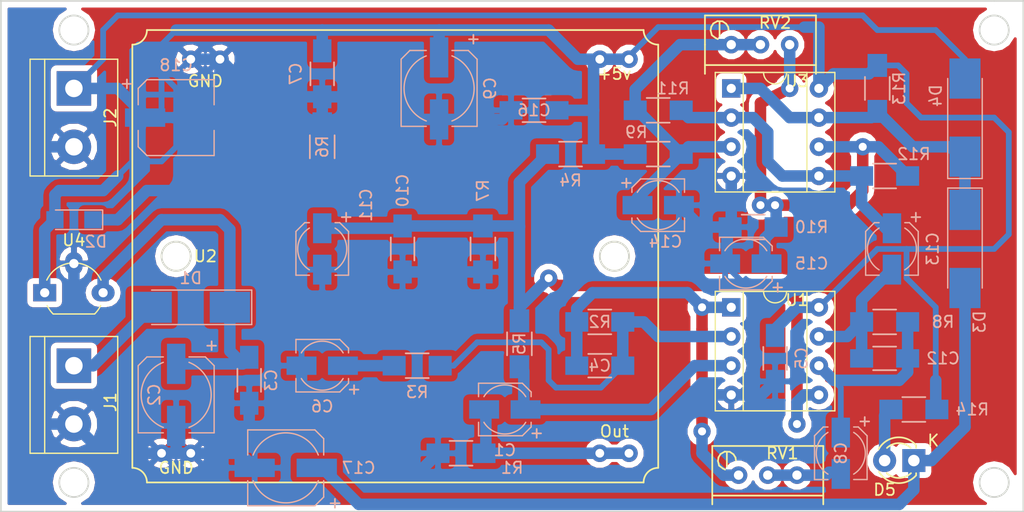
<source format=kicad_pcb>
(kicad_pcb (version 4) (host pcbnew 4.0.5)
  (layers (0 F.Cu signal) (31 B.Cu signal) (34 B.Paste user) (35 F.Paste user) (36 B.SilkS user) (37 F.SilkS user) (38 B.Mask user) (39 F.Mask user) (44 Edge.Cuts user))
  (net 0 "")
  (net 1 "Net-(C1-Pad1)")
  (net 2 "Net-(C1-Pad2)")
  (net 3 "Net-(C2-Pad1)")
  (net 4 GND)
  (net 5 "Net-(C4-Pad1)")
  (net 6 "Net-(C4-Pad2)")
  (net 7 +5V)
  (net 8 "Net-(C6-Pad1)")
  (net 9 "Net-(C12-Pad2)")
  (net 10 "Net-(C8-Pad2)")
  (net 11 "Net-(C10-Pad2)")
  (net 12 "Net-(C12-Pad1)")
  (net 13 "Net-(C13-Pad1)")
  (net 14 "Net-(C14-Pad1)")
  (net 15 "Net-(C15-Pad1)")
  (net 16 "Net-(C17-Pad1)")
  (net 17 "Net-(D1-Pad2)")
  (net 18 "Net-(D2-Pad1)")
  (net 19 "Net-(D3-Pad1)")
  (net 20 "Net-(D5-Pad2)")
  (net 21 "Net-(C18-Pad1)")
  (module Capacitors_SMD:C_1206_HandSoldering (layer B.Cu) (at 162.56 87.63 270)
    (fp_text reference C3 (at 0 -1.905 270) (layer B.SilkS) (effects (justify mirror)))
    (fp_text value 0,1 hide)
    (pad 1 smd rect (at -2 0 270) (size 2 1.6) (layers B.Cu B.Paste B.Mask) (net 3 "Net-(C2-Pad1)"))
    (pad 2 smd rect (at 2 0 270) (size 2 1.6) (layers B.Cu B.Paste B.Mask) (net 4 GND))
  )
  (module Capacitors_SMD:C_1206_HandSoldering (layer B.Cu) (at 193.04 86.36)
    (fp_text reference C4 (at 0 0) (layer B.SilkS) (effects (justify mirror)))
    (fp_text value 2200 hide)
    (pad 1 smd rect (at -2 0) (size 2 1.6) (layers B.Cu B.Paste B.Mask) (net 5 "Net-(C4-Pad1)"))
    (pad 2 smd rect (at 2 0) (size 2 1.6) (layers B.Cu B.Paste B.Mask) (net 6 "Net-(C4-Pad2)"))
  )
  (module Capacitors_SMD:C_1206_HandSoldering (layer B.Cu) (at 208.28 85.725 90)
    (fp_text reference C5 (at 0 2.3 90) (layer B.SilkS) (effects (justify mirror)))
    (fp_text value 0,1 hide)
    (pad 1 smd rect (at -2 0 90) (size 2 1.6) (layers B.Cu B.Paste B.Mask) (net 4 GND))
    (pad 2 smd rect (at 2 0 90) (size 2 1.6) (layers B.Cu B.Paste B.Mask) (net 7 +5V))
  )
  (module Capacitors_SMD:C_1206_HandSoldering (layer B.Cu) (at 168.91 60.96 270)
    (fp_text reference C7 (at 0 2.3 270) (layer B.SilkS) (effects (justify mirror)))
    (fp_text value 0,1 hide)
    (pad 1 smd rect (at -2 0 270) (size 2 1.6) (layers B.Cu B.Paste B.Mask) (net 7 +5V))
    (pad 2 smd rect (at 2 0 270) (size 2 1.6) (layers B.Cu B.Paste B.Mask) (net 4 GND))
  )
  (module Capacitors_SMD:C_1206_HandSoldering (layer B.Cu) (at 175.895 76.2 90)
    (fp_text reference C10 (at 5.08 0 90) (layer B.SilkS) (effects (justify mirror)))
    (fp_text value 0,1 hide)
    (pad 1 smd rect (at -2 0 90) (size 2 1.6) (layers B.Cu B.Paste B.Mask) (net 4 GND))
    (pad 2 smd rect (at 2 0 90) (size 2 1.6) (layers B.Cu B.Paste B.Mask) (net 11 "Net-(C10-Pad2)"))
  )
  (module Capacitors_SMD:C_1206_HandSoldering (layer B.Cu) (at 217.805 85.725)
    (fp_text reference C12 (at 5.08 0) (layer B.SilkS) (effects (justify mirror)))
    (fp_text value 2200 hide)
    (pad 1 smd rect (at -2 0) (size 2 1.6) (layers B.Cu B.Paste B.Mask) (net 12 "Net-(C12-Pad1)"))
    (pad 2 smd rect (at 2 0) (size 2 1.6) (layers B.Cu B.Paste B.Mask) (net 9 "Net-(C12-Pad2)"))
  )
  (module Capacitors_SMD:C_1206_HandSoldering (layer B.Cu) (at 187.325 64.135)
    (fp_text reference C16 (at 0 0) (layer B.SilkS) (effects (justify mirror)))
    (fp_text value 0,1 hide)
    (pad 1 smd rect (at -2 0) (size 2 1.6) (layers B.Cu B.Paste B.Mask) (net 4 GND))
    (pad 2 smd rect (at 2 0) (size 2 1.6) (layers B.Cu B.Paste B.Mask) (net 7 +5V))
  )
  (module LEDs:LED_1206 (layer B.Cu) (at 147.32 73.66 180)
    (fp_text reference D2 (at -1.905 -1.905 180) (layer B.SilkS) (effects (justify mirror)))
    (fp_text value LED hide)
    (pad 2 smd rect (at 1.65 0) (size 1.5 1.5) (layers B.Cu B.Paste B.Mask) (net 7 +5V))
    (pad 1 smd rect (at -1.65 0) (size 1.5 1.5) (layers B.Cu B.Paste B.Mask) (net 18 "Net-(D2-Pad1)"))
  )
  (module LEDs:LED-3MM (layer F.Cu) (at 220.345 94.615 180)
    (fp_text reference D5 (at 2.54 -2.54 180) (layer F.SilkS))
    (fp_text value LED hide)
    (fp_text user K (at -1.69 1.74 180) (layer F.SilkS))
    (pad 1 thru_hole rect (at 0 0 270) (size 2 2) (drill 1.00076) (layers *.Cu *.Mask) (net 16 "Net-(C17-Pad1)"))
    (pad 2 thru_hole circle (at 2.54 0 180) (size 2 2) (drill 1.00076) (layers *.Cu *.Mask) (net 20 "Net-(D5-Pad2)"))
  )
  (module Resistors_SMD:R_1206_HandSoldering (layer B.Cu) (at 180.975 93.98 180)
    (fp_text reference R1 (at -4.445 -1.27 180) (layer B.SilkS) (effects (justify mirror)))
    (fp_text value 13k hide)
    (pad 1 smd rect (at -2 0 180) (size 2 1.7) (layers B.Cu B.Paste B.Mask) (net 2 "Net-(C1-Pad2)"))
    (pad 2 smd rect (at 2 0 180) (size 2 1.7) (layers B.Cu B.Paste B.Mask) (net 4 GND))
  )
  (module Resistors_SMD:R_1206_HandSoldering (layer B.Cu) (at 193.04 82.55)
    (fp_text reference R2 (at 0 0) (layer B.SilkS) (effects (justify mirror)))
    (fp_text value 1M hide)
    (pad 1 smd rect (at -2 0) (size 2 1.7) (layers B.Cu B.Paste B.Mask) (net 5 "Net-(C4-Pad1)"))
    (pad 2 smd rect (at 2 0) (size 2 1.7) (layers B.Cu B.Paste B.Mask) (net 6 "Net-(C4-Pad2)"))
  )
  (module Resistors_SMD:R_1206_HandSoldering (layer B.Cu) (at 177.165 86.36)
    (fp_text reference R3 (at 0 2.3) (layer B.SilkS) (effects (justify mirror)))
    (fp_text value 10k hide)
    (pad 1 smd rect (at -2 0) (size 2 1.7) (layers B.Cu B.Paste B.Mask) (net 8 "Net-(C6-Pad1)"))
    (pad 2 smd rect (at 2 0) (size 2 1.7) (layers B.Cu B.Paste B.Mask) (net 6 "Net-(C4-Pad2)"))
  )
  (module Resistors_SMD:R_1206_HandSoldering (layer B.Cu) (at 190.5 67.945)
    (fp_text reference R4 (at 0 2.3) (layer B.SilkS) (effects (justify mirror)))
    (fp_text value 47k hide)
    (pad 1 smd rect (at -2 0) (size 2 1.7) (layers B.Cu B.Paste B.Mask) (net 11 "Net-(C10-Pad2)"))
    (pad 2 smd rect (at 2 0) (size 2 1.7) (layers B.Cu B.Paste B.Mask) (net 7 +5V))
  )
  (module Resistors_SMD:R_1206_HandSoldering (layer B.Cu) (at 186.055 84.455 270)
    (fp_text reference R5 (at 0 0 270) (layer B.SilkS) (effects (justify mirror)))
    (fp_text value 200k hide)
    (pad 1 smd rect (at -2 0 270) (size 2 1.7) (layers B.Cu B.Paste B.Mask) (net 11 "Net-(C10-Pad2)"))
    (pad 2 smd rect (at 2 0 270) (size 2 1.7) (layers B.Cu B.Paste B.Mask) (net 1 "Net-(C1-Pad1)"))
  )
  (module Resistors_SMD:R_1206_HandSoldering (layer B.Cu) (at 168.91 67.31 270)
    (fp_text reference R6 (at 0 0 270) (layer B.SilkS) (effects (justify mirror)))
    (fp_text value 2,2k hide)
    (pad 1 smd rect (at -2 0 270) (size 2 1.7) (layers B.Cu B.Paste B.Mask) (net 4 GND))
    (pad 2 smd rect (at 2 0 270) (size 2 1.7) (layers B.Cu B.Paste B.Mask) (net 18 "Net-(D2-Pad1)"))
  )
  (module Resistors_SMD:R_1206_HandSoldering (layer B.Cu) (at 182.88 76.2 90)
    (fp_text reference R7 (at 5.08 0 90) (layer B.SilkS) (effects (justify mirror)))
    (fp_text value 47k hide)
    (pad 1 smd rect (at -2 0 90) (size 2 1.7) (layers B.Cu B.Paste B.Mask) (net 4 GND))
    (pad 2 smd rect (at 2 0 90) (size 2 1.7) (layers B.Cu B.Paste B.Mask) (net 11 "Net-(C10-Pad2)"))
  )
  (module Resistors_SMD:R_1206_HandSoldering (layer B.Cu) (at 217.805 82.55)
    (fp_text reference R8 (at 5.08 0) (layer B.SilkS) (effects (justify mirror)))
    (fp_text value 1M hide)
    (pad 1 smd rect (at -2 0) (size 2 1.7) (layers B.Cu B.Paste B.Mask) (net 12 "Net-(C12-Pad1)"))
    (pad 2 smd rect (at 2 0) (size 2 1.7) (layers B.Cu B.Paste B.Mask) (net 9 "Net-(C12-Pad2)"))
  )
  (module Resistors_SMD:R_1206_HandSoldering (layer B.Cu) (at 198.12 67.945)
    (fp_text reference R9 (at -1.905 -1.905) (layer B.SilkS) (effects (justify mirror)))
    (fp_text value 4,7k hide)
    (pad 1 smd rect (at -2 0) (size 2 1.7) (layers B.Cu B.Paste B.Mask) (net 7 +5V))
    (pad 2 smd rect (at 2 0) (size 2 1.7) (layers B.Cu B.Paste B.Mask) (net 14 "Net-(C14-Pad1)"))
  )
  (module Resistors_SMD:R_1206_HandSoldering (layer B.Cu) (at 206.375 74.295 180)
    (fp_text reference R10 (at -5.08 0 180) (layer B.SilkS) (effects (justify mirror)))
    (fp_text value 4,7k hide)
    (pad 1 smd rect (at -2 0 180) (size 2 1.7) (layers B.Cu B.Paste B.Mask) (net 15 "Net-(C15-Pad1)"))
    (pad 2 smd rect (at 2 0 180) (size 2 1.7) (layers B.Cu B.Paste B.Mask) (net 4 GND))
  )
  (module Resistors_SMD:R_1206_HandSoldering (layer B.Cu) (at 198.12 64.135 180)
    (fp_text reference R11 (at -1.27 1.905 180) (layer B.SilkS) (effects (justify mirror)))
    (fp_text value 47k hide)
    (pad 1 smd rect (at -2 0 180) (size 2 1.7) (layers B.Cu B.Paste B.Mask) (net 13 "Net-(C13-Pad1)"))
    (pad 2 smd rect (at 2 0 180) (size 2 1.7) (layers B.Cu B.Paste B.Mask) (net 14 "Net-(C14-Pad1)"))
  )
  (module Resistors_SMD:R_1206_HandSoldering (layer B.Cu) (at 217.805 69.85)
    (fp_text reference R12 (at 2.54 -1.905) (layer B.SilkS) (effects (justify mirror)))
    (fp_text value 47k hide)
    (pad 1 smd rect (at -2 0) (size 2 1.7) (layers B.Cu B.Paste B.Mask) (net 13 "Net-(C13-Pad1)"))
    (pad 2 smd rect (at 2 0) (size 2 1.7) (layers B.Cu B.Paste B.Mask) (net 15 "Net-(C15-Pad1)"))
  )
  (module Resistors_SMD:R_1206_HandSoldering (layer B.Cu) (at 217.17 62.23 270)
    (fp_text reference R13 (at 0 -1.905 270) (layer B.SilkS) (effects (justify mirror)))
    (fp_text value 4,7k hide)
    (pad 1 smd rect (at -2 0 270) (size 2 1.7) (layers B.Cu B.Paste B.Mask) (net 7 +5V))
    (pad 2 smd rect (at 2 0 270) (size 2 1.7) (layers B.Cu B.Paste B.Mask) (net 19 "Net-(D3-Pad1)"))
  )
  (module Resistors_SMD:R_1206_HandSoldering (layer B.Cu) (at 220.345 90.17 180)
    (fp_text reference R14 (at -5.08 0 180) (layer B.SilkS) (effects (justify mirror)))
    (fp_text value 1,0k hide)
    (pad 1 smd rect (at -2 0 180) (size 2 1.7) (layers B.Cu B.Paste B.Mask) (net 7 +5V))
    (pad 2 smd rect (at 2 0 180) (size 2 1.7) (layers B.Cu B.Paste B.Mask) (net 20 "Net-(D5-Pad2)"))
  )
  (module Housings_DIP:DIP-8_W7.62mm_Socket (layer F.Cu) (at 204.47 81.28)
    (fp_text reference U1 (at 5.715 -0.635) (layer F.SilkS))
    (fp_text value LM358)
    (pad 1 thru_hole rect (at 0 0) (size 1.6 1.6) (drill 0.8) (layers *.Cu *.Mask) (net 5 "Net-(C4-Pad1)"))
    (pad 5 thru_hole oval (at 7.62 7.62) (size 1.6 1.6) (drill 0.8) (layers *.Cu *.Mask) (net 11 "Net-(C10-Pad2)"))
    (pad 2 thru_hole oval (at 0 2.54) (size 1.6 1.6) (drill 0.8) (layers *.Cu *.Mask) (net 6 "Net-(C4-Pad2)"))
    (pad 6 thru_hole oval (at 7.62 5.08) (size 1.6 1.6) (drill 0.8) (layers *.Cu *.Mask) (net 9 "Net-(C12-Pad2)"))
    (pad 3 thru_hole oval (at 0 5.08) (size 1.6 1.6) (drill 0.8) (layers *.Cu *.Mask) (net 1 "Net-(C1-Pad1)"))
    (pad 7 thru_hole oval (at 7.62 2.54) (size 1.6 1.6) (drill 0.8) (layers *.Cu *.Mask) (net 12 "Net-(C12-Pad1)"))
    (pad 4 thru_hole oval (at 0 7.62) (size 1.6 1.6) (drill 0.8) (layers *.Cu *.Mask) (net 4 GND))
    (pad 8 thru_hole oval (at 7.62 0) (size 1.6 1.6) (drill 0.8) (layers *.Cu *.Mask) (net 7 +5V))
  )
  (module Housings_DIP:DIP-8_W7.62mm_Socket (layer F.Cu) (at 204.47 62.23)
    (fp_text reference U3 (at 5.715 -0.635) (layer F.SilkS))
    (fp_text value LM2903 hide)
    (pad 1 thru_hole rect (at 0 0) (size 1.6 1.6) (drill 0.8) (layers *.Cu *.Mask) (net 19 "Net-(D3-Pad1)"))
    (pad 5 thru_hole oval (at 7.62 7.62) (size 1.6 1.6) (drill 0.8) (layers *.Cu *.Mask) (net 13 "Net-(C13-Pad1)"))
    (pad 2 thru_hole oval (at 0 2.54) (size 1.6 1.6) (drill 0.8) (layers *.Cu *.Mask) (net 13 "Net-(C13-Pad1)"))
    (pad 6 thru_hole oval (at 7.62 5.08) (size 1.6 1.6) (drill 0.8) (layers *.Cu *.Mask) (net 15 "Net-(C15-Pad1)"))
    (pad 3 thru_hole oval (at 0 5.08) (size 1.6 1.6) (drill 0.8) (layers *.Cu *.Mask) (net 14 "Net-(C14-Pad1)"))
    (pad 7 thru_hole oval (at 7.62 2.54) (size 1.6 1.6) (drill 0.8) (layers *.Cu *.Mask) (net 19 "Net-(D3-Pad1)"))
    (pad 4 thru_hole oval (at 0 7.62) (size 1.6 1.6) (drill 0.8) (layers *.Cu *.Mask) (net 4 GND))
    (pad 8 thru_hole oval (at 7.62 0) (size 1.6 1.6) (drill 0.8) (layers *.Cu *.Mask) (net 7 +5V))
  )
  (module Diodes_SMD:D_MELF_Handsoldering (layer B.Cu) (at 157.48 81.28 180)
    (fp_text reference D1 (at 0 2.54 180) (layer B.SilkS) (effects (justify mirror)))
    (fp_text value D)
    (pad 1 smd rect (at -3.4 0 180) (size 3.5 2.7) (layers B.Cu B.Paste B.Mask) (net 3 "Net-(C2-Pad1)"))
    (pad 2 smd rect (at 3.4 0 180) (size 3.5 2.7) (layers B.Cu B.Paste B.Mask) (net 17 "Net-(D1-Pad2)"))
  )
  (module Diodes_SMD:D_MELF_Handsoldering (layer B.Cu) (at 224.79 76.2 270)
    (fp_text reference D3 (at 6.35 -1.27 270) (layer B.SilkS) (effects (justify mirror)))
    (fp_text value D)
    (pad 1 smd rect (at -3.4 0 270) (size 3.5 2.7) (layers B.Cu B.Paste B.Mask) (net 19 "Net-(D3-Pad1)"))
    (pad 2 smd rect (at 3.4 0 270) (size 3.5 2.7) (layers B.Cu B.Paste B.Mask) (net 16 "Net-(C17-Pad1)"))
  )
  (module Diodes_SMD:D_MELF_Handsoldering (layer B.Cu) (at 224.79 64.77 90)
    (fp_text reference D4 (at 1.905 -2.54 90) (layer B.SilkS) (effects (justify mirror)))
    (fp_text value D)
    (pad 1 smd rect (at -3.4 0 90) (size 3.5 2.7) (layers B.Cu B.Paste B.Mask) (net 19 "Net-(D3-Pad1)"))
    (pad 2 smd rect (at 3.4 0 90) (size 3.5 2.7) (layers B.Cu B.Paste B.Mask) (net 21 "Net-(C18-Pad1)"))
  )
  (module Capacitors_SMD:CP_Elec_4x5.3 (layer B.Cu) (at 184.785 90.17 180)
    (fp_text reference C1 (at 0 -3.5433 180) (layer B.SilkS) (effects (justify mirror)))
    (fp_text value 10,0)
    (fp_text user + (at -2.7686 -2.0066 180) (layer B.SilkS) (effects (justify mirror)))
    (pad 1 smd rect (at -1.8 0) (size 2.6 1.6) (layers B.Cu B.Paste B.Mask) (net 1 "Net-(C1-Pad1)"))
    (pad 2 smd rect (at 1.8 0) (size 2.6 1.6) (layers B.Cu B.Paste B.Mask) (net 2 "Net-(C1-Pad2)"))
  )
  (module Capacitors_SMD:CP_Elec_6.3x5.3 (layer B.Cu) (at 156.21 88.9 270)
    (fp_text reference C2 (at 0 1.905 270) (layer B.SilkS) (effects (justify mirror)))
    (fp_text value 47,0)
    (fp_text user + (at -4.2799 -3.0099 270) (layer B.SilkS) (effects (justify mirror)))
    (pad 1 smd rect (at -2.7 0 90) (size 3.5 1.6) (layers B.Cu B.Paste B.Mask) (net 3 "Net-(C2-Pad1)"))
    (pad 2 smd rect (at 2.7 0 90) (size 3.5 1.6) (layers B.Cu B.Paste B.Mask) (net 4 GND))
  )
  (module Capacitors_SMD:CP_Elec_4x5.3 (layer B.Cu) (at 168.91 86.36 180)
    (fp_text reference C6 (at 0 -3.5433 180) (layer B.SilkS) (effects (justify mirror)))
    (fp_text value 10,0)
    (fp_text user + (at -2.7686 -2.0066 180) (layer B.SilkS) (effects (justify mirror)))
    (pad 1 smd rect (at -1.8 0) (size 2.6 1.6) (layers B.Cu B.Paste B.Mask) (net 8 "Net-(C6-Pad1)"))
    (pad 2 smd rect (at 1.8 0) (size 2.6 1.6) (layers B.Cu B.Paste B.Mask) (net 4 GND))
  )
  (module Capacitors_SMD:CP_Elec_4x5.3 (layer B.Cu) (at 213.995 93.98 270)
    (fp_text reference C8 (at 0 0 270) (layer B.SilkS) (effects (justify mirror)))
    (fp_text value 10,0)
    (fp_text user + (at -2.7686 -2.0066 270) (layer B.SilkS) (effects (justify mirror)))
    (pad 1 smd rect (at -1.8 0 90) (size 2.6 1.6) (layers B.Cu B.Paste B.Mask) (net 9 "Net-(C12-Pad2)"))
    (pad 2 smd rect (at 1.8 0 90) (size 2.6 1.6) (layers B.Cu B.Paste B.Mask) (net 10 "Net-(C8-Pad2)"))
  )
  (module Capacitors_SMD:CP_Elec_6.3x7.7 (layer B.Cu) (at 179.07 62.23 270)
    (fp_text reference C9 (at 0 -4.4323 270) (layer B.SilkS) (effects (justify mirror)))
    (fp_text value 220,0)
    (fp_text user + (at -4.2799 -2.9083 270) (layer B.SilkS) (effects (justify mirror)))
    (pad 1 smd rect (at -2.7 0 90) (size 3.5 1.6) (layers B.Cu B.Paste B.Mask) (net 7 +5V))
    (pad 2 smd rect (at 2.7 0 90) (size 3.5 1.6) (layers B.Cu B.Paste B.Mask) (net 4 GND))
  )
  (module Capacitors_SMD:CP_Elec_4x5.3 (layer B.Cu) (at 168.91 76.2 270)
    (fp_text reference C11 (at -3.81 -3.81 270) (layer B.SilkS) (effects (justify mirror)))
    (fp_text value 10,0)
    (fp_text user + (at -2.7686 -2.0066 270) (layer B.SilkS) (effects (justify mirror)))
    (pad 1 smd rect (at -1.8 0 90) (size 2.6 1.6) (layers B.Cu B.Paste B.Mask) (net 11 "Net-(C10-Pad2)"))
    (pad 2 smd rect (at 1.8 0 90) (size 2.6 1.6) (layers B.Cu B.Paste B.Mask) (net 4 GND))
  )
  (module Capacitors_SMD:CP_Elec_4x5.3 (layer B.Cu) (at 218.44 76.2 270)
    (fp_text reference C13 (at 0 -3.5433 270) (layer B.SilkS) (effects (justify mirror)))
    (fp_text value 10,0)
    (fp_text user + (at -2.7686 -2.0066 270) (layer B.SilkS) (effects (justify mirror)))
    (pad 1 smd rect (at -1.8 0 90) (size 2.6 1.6) (layers B.Cu B.Paste B.Mask) (net 13 "Net-(C13-Pad1)"))
    (pad 2 smd rect (at 1.8 0 90) (size 2.6 1.6) (layers B.Cu B.Paste B.Mask) (net 12 "Net-(C12-Pad1)"))
  )
  (module Capacitors_SMD:CP_Elec_4x5.3 (layer B.Cu) (at 198.12 72.39)
    (fp_text reference C14 (at 0.635 3.175) (layer B.SilkS) (effects (justify mirror)))
    (fp_text value 10,0)
    (fp_text user + (at -2.7686 -2.0066) (layer B.SilkS) (effects (justify mirror)))
    (pad 1 smd rect (at -1.8 0 180) (size 2.6 1.6) (layers B.Cu B.Paste B.Mask) (net 14 "Net-(C14-Pad1)"))
    (pad 2 smd rect (at 1.8 0 180) (size 2.6 1.6) (layers B.Cu B.Paste B.Mask) (net 4 GND))
  )
  (module Capacitors_SMD:CP_Elec_4x5.3 (layer B.Cu) (at 205.74 77.47 180)
    (fp_text reference C15 (at -5.715 0 180) (layer B.SilkS) (effects (justify mirror)))
    (fp_text value 10,0)
    (fp_text user + (at -2.7686 -2.0066 180) (layer B.SilkS) (effects (justify mirror)))
    (pad 1 smd rect (at -1.8 0) (size 2.6 1.6) (layers B.Cu B.Paste B.Mask) (net 15 "Net-(C15-Pad1)"))
    (pad 2 smd rect (at 1.8 0) (size 2.6 1.6) (layers B.Cu B.Paste B.Mask) (net 4 GND))
  )
  (module Capacitors_SMD:CP_Elec_6.3x5.3 (layer B.Cu) (at 165.735 95.25 180)
    (fp_text reference C17 (at -6.35 0 180) (layer B.SilkS) (effects (justify mirror)))
    (fp_text value 100,0)
    (fp_text user + (at -4.2799 -3.0099 180) (layer B.SilkS) (effects (justify mirror)))
    (pad 1 smd rect (at -2.7 0) (size 3.5 1.6) (layers B.Cu B.Paste B.Mask) (net 16 "Net-(C17-Pad1)"))
    (pad 2 smd rect (at 2.7 0) (size 3.5 1.6) (layers B.Cu B.Paste B.Mask) (net 4 GND))
  )
  (module Connectors:bornier2 (layer F.Cu) (at 147.32 86.36 270)
    (fp_text reference J1 (at 3.175 -3.175 270) (layer F.SilkS))
    (fp_text value Power)
    (pad 1 thru_hole rect (at 0 0 270) (size 3 3) (drill 1.52) (layers *.Cu *.Mask) (net 17 "Net-(D1-Pad2)"))
    (pad 2 thru_hole circle (at 5.08 0 270) (size 3 3) (drill 1.52) (layers *.Cu *.Mask) (net 4 GND))
  )
  (module Connectors:bornier2 (layer F.Cu) (at 147.32 62.23 270)
    (fp_text reference J2 (at 2.54 -3.175 270) (layer F.SilkS))
    (fp_text value Out)
    (pad 1 thru_hole rect (at 0 0 270) (size 3 3) (drill 1.52) (layers *.Cu *.Mask) (net 21 "Net-(C18-Pad1)"))
    (pad 2 thru_hole circle (at 5.08 0 270) (size 3 3) (drill 1.52) (layers *.Cu *.Mask) (net 4 GND))
  )
  (module Potentiometers:Potentiometer_Bourns_3296W_3-8Zoll_Inline_ScrewUp (layer F.Cu) (at 205.105 95.885 270)
    (fp_text reference RV1 (at -1.905 -3.81 360) (layer F.SilkS))
    (fp_text value 47k)
    (pad 2 thru_hole circle (at 0 -2.54 270) (size 1.524 1.524) (drill 0.8128) (layers *.Cu *.Mask) (net 10 "Net-(C8-Pad2)"))
    (pad 3 thru_hole circle (at 0 -5.08 270) (size 1.524 1.524) (drill 0.8128) (layers *.Cu *.Mask) (net 10 "Net-(C8-Pad2)"))
    (pad 1 thru_hole circle (at 0 0 270) (size 1.524 1.524) (drill 0.8128) (layers *.Cu *.Mask) (net 5 "Net-(C4-Pad1)"))
  )
  (module Potentiometers:Potentiometer_Bourns_3296W_3-8Zoll_Inline_ScrewUp (layer F.Cu) (at 204.47 58.42 270)
    (fp_text reference RV2 (at -1.905 -3.81 360) (layer F.SilkS))
    (fp_text value 510)
    (pad 2 thru_hole circle (at 0 -2.54 270) (size 1.524 1.524) (drill 0.8128) (layers *.Cu *.Mask) (net 14 "Net-(C14-Pad1)"))
    (pad 3 thru_hole circle (at 0 -5.08 270) (size 1.524 1.524) (drill 0.8128) (layers *.Cu *.Mask) (net 15 "Net-(C15-Pad1)"))
    (pad 1 thru_hole circle (at 0 0 270) (size 1.524 1.524) (drill 0.8128) (layers *.Cu *.Mask) (net 14 "Net-(C14-Pad1)"))
  )
  (module dz_lib:HB-100-Radar (layer F.Cu) (at 157.48 93.98)
    (fp_text reference U2 (at 1.27 -17.145) (layer F.SilkS))
    (fp_text value HB-100-Radar)
    (fp_text user Out (at 36.83 -1.905) (layer F.SilkS))
    (fp_text user GND (at -1.27 1.27) (layer F.SilkS))
    (fp_text user +5v (at 36.83 -33.02) (layer F.SilkS))
    (fp_text user GND (at 1.27 -32.385) (layer F.SilkS))
    (pad 1 thru_hole circle (at -2.54 0) (size 1.524 1.524) (drill 0.762) (layers *.Cu *.Mask) (net 4 GND))
    (pad 2 thru_hole circle (at 0 0) (size 1.524 1.524) (drill 0.762) (layers *.Cu *.Mask) (net 4 GND))
    (pad 3 thru_hole circle (at 0 -34.29) (size 1.524 1.524) (drill 0.762) (layers *.Cu *.Mask) (net 4 GND))
    (pad 4 thru_hole circle (at 2.54 -34.29) (size 1.524 1.524) (drill 0.762) (layers *.Cu *.Mask) (net 4 GND))
    (pad 5 thru_hole circle (at 35.56 0) (size 1.524 1.524) (drill 0.762) (layers *.Cu *.Mask) (net 2 "Net-(C1-Pad2)"))
    (pad 6 thru_hole circle (at 38.1 0) (size 1.524 1.524) (drill 0.762) (layers *.Cu *.Mask) (net 2 "Net-(C1-Pad2)"))
    (pad 7 thru_hole circle (at 35.56 -34.29) (size 1.524 1.524) (drill 0.762) (layers *.Cu *.Mask) (net 7 +5V))
    (pad 8 thru_hole circle (at 38.1 -34.29) (size 1.524 1.524) (drill 0.762) (layers *.Cu *.Mask) (net 7 +5V))
  )
  (module TO_SOT_Packages_THT:TO-92_Molded_Wide_Oval (layer F.Cu) (at 144.78 80.01)
    (fp_text reference U4 (at 2.54 -4.572) (layer F.SilkS))
    (fp_text value LM78L05ACZ)
    (pad 2 thru_hole oval (at 2.54 -2.54 90) (size 1.99898 1.50114) (drill 0.8) (layers *.Cu *.Mask) (net 4 GND))
    (pad 1 thru_hole rect (at 0 0 90) (size 1.50114 1.99898) (drill 0.8) (layers *.Cu *.Mask) (net 7 +5V))
    (pad 3 thru_hole oval (at 5.08 0 90) (size 1.50114 1.99898) (drill 0.8) (layers *.Cu *.Mask) (net 3 "Net-(C2-Pad1)"))
  )
  (module Capacitors_SMD:CP_Elec_6.3x5.3 (layer B.Cu) (at 156.21 64.77)
    (fp_text reference C18 (at 0 -4.56) (layer B.SilkS) (effects (justify mirror)))
    (fp_text value 100,0)
    (fp_text user + (at -4.28 -3.01) (layer B.SilkS) (effects (justify mirror)))
    (pad 1 smd rect (at -2.7 0 180) (size 3.5 1.6) (layers B.Cu B.Paste B.Mask) (net 21 "Net-(C18-Pad1)"))
    (pad 2 smd rect (at 2.7 0 180) (size 3.5 1.6) (layers B.Cu B.Paste B.Mask) (net 4 GND))
  )
  (gr_line (start 229.87 99.06) (end 227.33 99.06) (angle 90) (layer Edge.Cuts) (width 0.15))
  (gr_line (start 229.87 54.61) (end 229.87 99.06) (angle 90) (layer Edge.Cuts) (width 0.15))
  (gr_line (start 227.33 54.61) (end 229.87 54.61) (angle 90) (layer Edge.Cuts) (width 0.15))
  (gr_line (start 140.97 54.61) (end 227.33 54.61) (angle 90) (layer Edge.Cuts) (width 0.15))
  (gr_line (start 227.33 99.06) (end 140.97 99.06) (angle 90) (layer Edge.Cuts) (width 0.15))
  (gr_line (start 140.97 99.06) (end 140.97 54.61) (angle 90) (layer Edge.Cuts) (width 0.15))
  (gr_circle (center 156.21 76.835) (end 157.48 76.835) (layer Edge.Cuts) (width 0.15))
  (gr_circle (center 194.31 76.835) (end 195.58 76.835) (layer Edge.Cuts) (width 0.15))
  (gr_text +5 (at 186.69 60.96) (layer F.Cu) (effects (font (size 1.5 1.5) (thickness 0.3))))
  (gr_circle (center 147.32 96.52) (end 148.59 96.52) (layer Edge.Cuts) (width 0.15))
  (gr_circle (center 147.32 57.15) (end 146.05 57.15) (layer Edge.Cuts) (width 0.15))
  (gr_circle (center 227.33 96.52) (end 228.6 96.52) (layer Edge.Cuts) (width 0.15))
  (gr_circle (center 227.33 57.15) (end 228.6 57.15) (layer Edge.Cuts) (width 0.15))
  (segment (start 204.47 86.36) (end 201.295 86.36) (width 1) (layer B.Cu) (net 1))
  (segment (start 197.485 90.17) (end 186.436 90.17) (width 1) (layer B.Cu) (net 1))
  (segment (start 201.295 86.36) (end 197.485 90.17) (width 1) (layer B.Cu) (net 1))
  (segment (start 186.436 90.17) (end 186.436 86.836) (width 1) (layer B.Cu) (net 1))
  (segment (start 186.436 86.836) (end 186.055 86.455) (width 0.25) (layer B.Cu) (net 1))
  (segment (start 193.04 93.98) (end 195.58 93.98) (width 0.5) (layer F.Cu) (net 2))
  (segment (start 183.134 90.17) (end 183.134 93.821) (width 1) (layer B.Cu) (net 2))
  (segment (start 183.134 93.821) (end 182.975 93.98) (width 0.25) (layer B.Cu) (net 2))
  (segment (start 190.5 93.98) (end 182.975 93.98) (width 1) (layer B.Cu) (net 2))
  (segment (start 195.58 93.98) (end 190.5 93.98) (width 1) (layer B.Cu) (net 2))
  (segment (start 156.21 86.2) (end 161.99 86.2) (width 1) (layer B.Cu) (net 3))
  (segment (start 161.99 86.2) (end 160.88 85.09) (width 1) (layer B.Cu) (net 3))
  (segment (start 160.88 85.09) (end 160.88 81.28) (width 1) (layer B.Cu) (net 3))
  (segment (start 149.86 80.01) (end 149.86 78.74) (width 1) (layer B.Cu) (net 3))
  (segment (start 160.88 74.52) (end 160.88 81.28) (width 1) (layer B.Cu) (net 3))
  (segment (start 160.02 73.66) (end 160.88 74.52) (width 1) (layer B.Cu) (net 3))
  (segment (start 154.94 73.66) (end 160.02 73.66) (width 1) (layer B.Cu) (net 3))
  (segment (start 149.86 78.74) (end 154.94 73.66) (width 1) (layer B.Cu) (net 3))
  (segment (start 160.02 59.69) (end 160.02 63.66) (width 1) (layer B.Cu) (net 4))
  (segment (start 160.02 63.66) (end 158.91 64.77) (width 1) (layer B.Cu) (net 4))
  (segment (start 168.91 65.31) (end 168.91 62.96) (width 1) (layer B.Cu) (net 4))
  (segment (start 179.07 64.93) (end 184.53 64.93) (width 1) (layer B.Cu) (net 4))
  (segment (start 184.53 64.93) (end 185.325 64.135) (width 1) (layer B.Cu) (net 4))
  (segment (start 167.11 86.36) (end 167.11 92.71) (width 1) (layer B.Cu) (net 4))
  (segment (start 167.11 92.71) (end 167.64 92.71) (width 1) (layer B.Cu) (net 4))
  (segment (start 162.56 89.63) (end 162.56 92.71) (width 1) (layer B.Cu) (net 4))
  (segment (start 156.21 93.98) (end 156.21 91.6) (width 1) (layer B.Cu) (net 4))
  (segment (start 154.94 93.98) (end 149.86 93.98) (width 1) (layer B.Cu) (net 4))
  (segment (start 149.86 93.98) (end 147.32 91.44) (width 1) (layer B.Cu) (net 4))
  (segment (start 147.32 91.44) (end 143.51 91.44) (width 1) (layer B.Cu) (net 4))
  (segment (start 143.51 91.44) (end 142.24 90.17) (width 1) (layer B.Cu) (net 4))
  (segment (start 142.24 90.17) (end 142.24 82.55) (width 1) (layer B.Cu) (net 4))
  (segment (start 147.32 77.47) (end 147.32 82.55) (width 1) (layer B.Cu) (net 4))
  (segment (start 143.51 67.31) (end 147.32 67.31) (width 1) (layer B.Cu) (net 4))
  (segment (start 142.24 68.58) (end 143.51 67.31) (width 1) (layer B.Cu) (net 4))
  (segment (start 142.24 82.55) (end 142.24 68.58) (width 1) (layer B.Cu) (net 4))
  (segment (start 147.32 82.55) (end 142.24 82.55) (width 1) (layer B.Cu) (net 4))
  (segment (start 168.91 62.96) (end 163.29 62.96) (width 1) (layer B.Cu) (net 4))
  (segment (start 163.29 62.96) (end 160.02 59.69) (width 1) (layer B.Cu) (net 4))
  (segment (start 179.07 64.93) (end 174.15 64.93) (width 1) (layer B.Cu) (net 4))
  (segment (start 172.18 62.96) (end 168.91 62.96) (width 1) (layer B.Cu) (net 4))
  (segment (start 174.15 64.93) (end 172.18 62.96) (width 1) (layer B.Cu) (net 4))
  (segment (start 204.375 74.295) (end 201.825 74.295) (width 1) (layer B.Cu) (net 4))
  (segment (start 201.825 74.295) (end 199.92 72.39) (width 1) (layer B.Cu) (net 4))
  (segment (start 175.895 78.2) (end 182.88 78.2) (width 1) (layer B.Cu) (net 4))
  (segment (start 176.53 95.885) (end 175.26 95.885) (width 1) (layer B.Cu) (net 4))
  (segment (start 161.925 92.71) (end 160.655 93.98) (width 1) (layer B.Cu) (net 4))
  (segment (start 172.085 92.71) (end 167.64 92.71) (width 1) (layer B.Cu) (net 4))
  (segment (start 167.64 92.71) (end 162.56 92.71) (width 1) (layer B.Cu) (net 4))
  (segment (start 162.56 92.71) (end 161.925 92.71) (width 1) (layer B.Cu) (net 4))
  (segment (start 175.26 95.885) (end 172.085 92.71) (width 1) (layer B.Cu) (net 4))
  (segment (start 157.48 93.98) (end 160.655 93.98) (width 1) (layer B.Cu) (net 4))
  (segment (start 160.655 93.98) (end 161.765 93.98) (width 1) (layer B.Cu) (net 4))
  (segment (start 161.765 93.98) (end 163.035 95.25) (width 1) (layer B.Cu) (net 4))
  (segment (start 157.48 59.69) (end 160.02 59.69) (width 1) (layer B.Cu) (net 4))
  (segment (start 157.48 93.98) (end 156.21 93.98) (width 1) (layer B.Cu) (net 4))
  (segment (start 156.21 93.98) (end 154.94 93.98) (width 1) (layer B.Cu) (net 4))
  (segment (start 204.47 88.9) (end 205.105 88.9) (width 0.25) (layer B.Cu) (net 4))
  (segment (start 205.105 88.9) (end 206.375 87.63) (width 0.5) (layer B.Cu) (net 4))
  (segment (start 206.375 87.63) (end 206.375 79.375) (width 0.5) (layer B.Cu) (net 4))
  (segment (start 204.089 77.47) (end 204.089 77.724) (width 0.25) (layer B.Cu) (net 4))
  (segment (start 204.089 77.724) (end 205.74 79.375) (width 0.5) (layer B.Cu) (net 4))
  (segment (start 205.74 79.375) (end 206.375 79.375) (width 0.5) (layer B.Cu) (net 4))
  (segment (start 204.089 77.47) (end 204.089 74.581) (width 1) (layer B.Cu) (net 4))
  (segment (start 204.089 74.581) (end 204.375 74.295) (width 0.25) (layer B.Cu) (net 4))
  (segment (start 204.47 69.85) (end 204.47 74.2) (width 1) (layer B.Cu) (net 4))
  (segment (start 204.47 74.2) (end 204.375 74.295) (width 0.25) (layer B.Cu) (net 4))
  (segment (start 204.47 88.9) (end 207.105 88.9) (width 1) (layer B.Cu) (net 4))
  (segment (start 207.105 88.9) (end 208.28 87.725) (width 1) (layer B.Cu) (net 4))
  (segment (start 204.47 88.9) (end 201.93 88.9) (width 1) (layer B.Cu) (net 4))
  (segment (start 199.39 95.25) (end 198.755 95.885) (width 1) (layer B.Cu) (net 4))
  (segment (start 199.39 91.44) (end 199.39 95.25) (width 1) (layer B.Cu) (net 4))
  (segment (start 201.93 88.9) (end 199.39 91.44) (width 1) (layer B.Cu) (net 4))
  (segment (start 183.229 77.851) (end 183.515 77.565) (width 0.25) (layer B.Cu) (net 4))
  (segment (start 177.07 95.885) (end 178.975 93.98) (width 1) (layer B.Cu) (net 4))
  (segment (start 176.53 95.885) (end 177.07 95.885) (width 0.25) (layer B.Cu) (net 4))
  (segment (start 178.816 93.821) (end 178.975 93.98) (width 0.25) (layer B.Cu) (net 4))
  (segment (start 198.755 95.885) (end 176.53 95.885) (width 1) (layer B.Cu) (net 4))
  (segment (start 204.47 81.28) (end 201.93 81.28) (width 1) (layer B.Cu) (net 5))
  (via (at 201.93 81.28) (size 1.5) (drill 0.7) (layers F.Cu B.Cu) (net 5))
  (segment (start 201.93 81.28) (end 201.93 83.185) (width 1) (layer F.Cu) (net 5))
  (segment (start 201.93 93.98) (end 201.93 92.075) (width 1) (layer B.Cu) (net 5))
  (segment (start 201.93 83.185) (end 201.93 92.075) (width 1) (layer F.Cu) (net 5))
  (via (at 201.93 92.075) (size 1.5) (drill 0.7) (layers F.Cu B.Cu) (net 5))
  (segment (start 205.105 95.885) (end 203.835 95.885) (width 1) (layer B.Cu) (net 5))
  (segment (start 203.835 95.885) (end 201.93 93.98) (width 1) (layer B.Cu) (net 5))
  (segment (start 203.835 95.885) (end 201.93 93.98) (width 1) (layer B.Cu) (net 5))
  (segment (start 191.04 81.375) (end 191.04 82.55) (width 1) (layer B.Cu) (net 5))
  (segment (start 192.405 80.01) (end 191.04 81.375) (width 1) (layer B.Cu) (net 5))
  (segment (start 200.66 80.01) (end 192.405 80.01) (width 1) (layer B.Cu) (net 5))
  (segment (start 201.93 81.28) (end 200.66 80.01) (width 1) (layer B.Cu) (net 5))
  (segment (start 191.04 86.36) (end 191.04 82.55) (width 1) (layer B.Cu) (net 5))
  (segment (start 181.61 85.09) (end 182.372 84.328) (width 0.5) (layer B.Cu) (net 6))
  (segment (start 188.595 84.963) (end 188.595 85.725) (width 0.5) (layer B.Cu) (net 6))
  (segment (start 187.96 84.328) (end 188.595 84.963) (width 0.5) (layer B.Cu) (net 6))
  (segment (start 182.372 84.328) (end 187.96 84.328) (width 0.5) (layer B.Cu) (net 6))
  (segment (start 179.165 86.36) (end 180.34 86.36) (width 0.5) (layer B.Cu) (net 6))
  (segment (start 193.135 88.265) (end 195.04 86.36) (width 0.5) (layer B.Cu) (net 6))
  (segment (start 188.595 85.725) (end 188.595 87.63) (width 0.5) (layer B.Cu) (net 6))
  (segment (start 188.595 87.63) (end 189.23 88.265) (width 0.5) (layer B.Cu) (net 6))
  (segment (start 189.23 88.265) (end 193.135 88.265) (width 0.5) (layer B.Cu) (net 6))
  (segment (start 180.34 86.36) (end 181.61 85.09) (width 0.5) (layer B.Cu) (net 6))
  (segment (start 204.47 83.82) (end 198.12 83.82) (width 1) (layer B.Cu) (net 6))
  (segment (start 196.85 82.55) (end 195.04 82.55) (width 1) (layer B.Cu) (net 6))
  (segment (start 198.12 83.82) (end 196.85 82.55) (width 1) (layer B.Cu) (net 6))
  (segment (start 195.04 86.36) (end 195.04 82.55) (width 1) (layer B.Cu) (net 6))
  (segment (start 151.13 69.85) (end 152.4 68.58) (width 0.5) (layer B.Cu) (net 7))
  (segment (start 154.94 58.42) (end 156.21 57.15) (width 0.5) (layer B.Cu) (net 7))
  (segment (start 154.94 60.96) (end 154.94 58.42) (width 0.5) (layer B.Cu) (net 7))
  (segment (start 156.21 62.23) (end 154.94 60.96) (width 0.5) (layer B.Cu) (net 7))
  (segment (start 156.21 67.31) (end 156.21 62.23) (width 0.5) (layer B.Cu) (net 7))
  (segment (start 154.94 68.58) (end 156.21 67.31) (width 0.5) (layer B.Cu) (net 7))
  (segment (start 152.4 68.58) (end 154.94 68.58) (width 0.5) (layer B.Cu) (net 7))
  (segment (start 189.325 64.135) (end 192.5 64.135) (width 1) (layer B.Cu) (net 7))
  (segment (start 219.71 76.2) (end 227.33 76.2) (width 0.5) (layer B.Cu) (net 7))
  (segment (start 218.98 60.23) (end 217.17 60.23) (width 0.5) (layer B.Cu) (net 7))
  (segment (start 219.71 60.96) (end 218.98 60.23) (width 0.5) (layer B.Cu) (net 7))
  (segment (start 219.71 63.5) (end 219.71 60.96) (width 0.5) (layer B.Cu) (net 7))
  (segment (start 220.98 64.77) (end 219.71 63.5) (width 0.5) (layer B.Cu) (net 7))
  (segment (start 227.33 64.77) (end 220.98 64.77) (width 0.5) (layer B.Cu) (net 7))
  (segment (start 228.6 66.04) (end 227.33 64.77) (width 0.5) (layer B.Cu) (net 7))
  (segment (start 228.6 74.93) (end 228.6 66.04) (width 0.5) (layer B.Cu) (net 7))
  (segment (start 227.33 76.2) (end 228.6 74.93) (width 0.5) (layer B.Cu) (net 7))
  (segment (start 212.09 62.23) (end 213.36 60.96) (width 1) (layer B.Cu) (net 7))
  (segment (start 213.36 60.96) (end 216.44 60.96) (width 1) (layer B.Cu) (net 7))
  (segment (start 216.44 60.96) (end 217.17 60.23) (width 1) (layer B.Cu) (net 7))
  (segment (start 210.82 56.896) (end 212.09 56.896) (width 1) (layer B.Cu) (net 7))
  (segment (start 212.09 56.896) (end 212.09 62.23) (width 1) (layer B.Cu) (net 7))
  (segment (start 195.58 59.436) (end 198.12 56.896) (width 0.5) (layer B.Cu) (net 7))
  (segment (start 198.12 56.896) (end 210.82 56.896) (width 0.5) (layer B.Cu) (net 7))
  (segment (start 145.67 73.66) (end 145.67 71.5) (width 1) (layer B.Cu) (net 7))
  (segment (start 156.21 57.15) (end 168.91 57.15) (width 1) (layer B.Cu) (net 7))
  (segment (start 149.86 71.12) (end 151.13 69.85) (width 1) (layer B.Cu) (net 7))
  (segment (start 146.05 71.12) (end 149.86 71.12) (width 1) (layer B.Cu) (net 7))
  (segment (start 145.67 71.5) (end 146.05 71.12) (width 1) (layer B.Cu) (net 7))
  (segment (start 144.78 80.01) (end 144.78 74.55) (width 1) (layer B.Cu) (net 7))
  (segment (start 144.78 74.55) (end 145.67 73.66) (width 1) (layer B.Cu) (net 7))
  (segment (start 179.07 59.53) (end 179.07 57.15) (width 1) (layer B.Cu) (net 7))
  (segment (start 168.91 58.96) (end 168.91 57.15) (width 1) (layer B.Cu) (net 7))
  (segment (start 222.25 90.075) (end 222.25 87.63) (width 1) (layer B.Cu) (net 7))
  (segment (start 222.25 81.28) (end 222.25 87.63) (width 0.5) (layer B.Cu) (net 7))
  (segment (start 219.71 78.74) (end 222.25 81.28) (width 0.5) (layer B.Cu) (net 7))
  (segment (start 219.71 76.2) (end 219.71 78.74) (width 0.5) (layer B.Cu) (net 7))
  (segment (start 217.17 76.2) (end 219.71 76.2) (width 0.5) (layer B.Cu) (net 7))
  (segment (start 217.17 76.2) (end 212.09 81.28) (width 0.5) (layer B.Cu) (net 7))
  (segment (start 222.25 90.075) (end 222.345 90.17) (width 1) (layer B.Cu) (net 7))
  (segment (start 192.5 67.945) (end 192.5 64.135) (width 1) (layer B.Cu) (net 7))
  (segment (start 192.5 64.135) (end 192.5 60.23) (width 1) (layer B.Cu) (net 7))
  (segment (start 192.5 60.23) (end 193.04 59.69) (width 1) (layer B.Cu) (net 7))
  (segment (start 196.12 67.945) (end 192.5 67.945) (width 1) (layer B.Cu) (net 7))
  (segment (start 193.04 59.69) (end 191.135 59.69) (width 1) (layer B.Cu) (net 7))
  (segment (start 191.135 59.69) (end 190.5 59.055) (width 1) (layer B.Cu) (net 7))
  (segment (start 195.58 59.69) (end 193.04 59.69) (width 1) (layer B.Cu) (net 7))
  (segment (start 190.5 59.055) (end 188.595 57.15) (width 1) (layer B.Cu) (net 7))
  (segment (start 188.595 57.15) (end 179.07 57.15) (width 1) (layer B.Cu) (net 7))
  (segment (start 179.07 57.15) (end 168.91 57.15) (width 1) (layer B.Cu) (net 7))
  (segment (start 195.58 59.69) (end 195.58 59.436) (width 0.5) (layer B.Cu) (net 7))
  (segment (start 195.58 59.69) (end 196.215 59.69) (width 0.25) (layer B.Cu) (net 7))
  (segment (start 212.09 81.28) (end 212.09 80.645) (width 0.25) (layer F.Cu) (net 7))
  (segment (start 208.28 83.725) (end 208.28 83.185) (width 0.25) (layer B.Cu) (net 7))
  (segment (start 208.28 83.185) (end 210.185 81.28) (width 1) (layer B.Cu) (net 7))
  (segment (start 210.185 81.28) (end 212.09 81.28) (width 1) (layer B.Cu) (net 7))
  (segment (start 170.71 86.36) (end 175.165 86.36) (width 1) (layer B.Cu) (net 8))
  (segment (start 175.514 86.709) (end 175.165 86.36) (width 0.25) (layer B.Cu) (net 8))
  (segment (start 219.805 85.725) (end 219.805 82.55) (width 1) (layer B.Cu) (net 9))
  (segment (start 219.805 85.725) (end 219.805 86.9) (width 1) (layer B.Cu) (net 9))
  (segment (start 219.075 87.63) (end 213.36 87.63) (width 1) (layer B.Cu) (net 9))
  (segment (start 219.805 86.9) (end 219.075 87.63) (width 1) (layer B.Cu) (net 9))
  (segment (start 213.995 92.329) (end 213.995 88.265) (width 0.5) (layer B.Cu) (net 9))
  (segment (start 213.995 88.265) (end 213.36 87.63) (width 0.5) (layer B.Cu) (net 9))
  (segment (start 213.36 87.63) (end 212.09 86.36) (width 1) (layer B.Cu) (net 9))
  (segment (start 207.645 95.885) (end 210.185 95.885) (width 1) (layer B.Cu) (net 10))
  (segment (start 210.185 95.885) (end 212.09 95.885) (width 1) (layer B.Cu) (net 10))
  (segment (start 212.09 95.885) (end 212.725 95.885) (width 1) (layer B.Cu) (net 10))
  (segment (start 212.725 95.885) (end 212.979 95.631) (width 1) (layer B.Cu) (net 10))
  (segment (start 212.979 95.631) (end 213.995 95.631) (width 1) (layer B.Cu) (net 10))
  (segment (start 212.09 88.9) (end 210.82 88.9) (width 1) (layer B.Cu) (net 11))
  (segment (start 210.185 91.44) (end 210.185 86.995) (width 1) (layer F.Cu) (net 11))
  (via (at 210.185 91.44) (size 1.5) (drill 0.7) (layers F.Cu B.Cu) (net 11))
  (segment (start 210.185 89.535) (end 210.185 91.44) (width 1) (layer B.Cu) (net 11))
  (segment (start 210.82 88.9) (end 210.185 89.535) (width 1) (layer B.Cu) (net 11))
  (segment (start 201.93 79.375) (end 189.23 79.375) (width 1) (layer F.Cu) (net 11))
  (segment (start 189.23 79.375) (end 188.595 78.74) (width 1) (layer F.Cu) (net 11))
  (segment (start 186.055 81.28) (end 186.055 82.455) (width 0.25) (layer B.Cu) (net 11))
  (segment (start 210.185 80.645) (end 210.185 86.995) (width 1) (layer F.Cu) (net 11))
  (segment (start 208.915 79.375) (end 210.185 80.645) (width 1) (layer F.Cu) (net 11))
  (segment (start 201.93 79.375) (end 208.915 79.375) (width 1) (layer F.Cu) (net 11))
  (via (at 188.595 78.74) (size 1.5) (drill 0.7) (layers F.Cu B.Cu) (net 11))
  (segment (start 186.055 81.28) (end 188.595 78.74) (width 1) (layer B.Cu) (net 11))
  (segment (start 182.88 74.2) (end 186.055 74.2) (width 1) (layer B.Cu) (net 11))
  (segment (start 186.055 74.2) (end 186.055 74.295) (width 1) (layer B.Cu) (net 11))
  (segment (start 186.055 82.455) (end 186.055 74.295) (width 1) (layer B.Cu) (net 11))
  (segment (start 186.055 74.295) (end 186.055 70.39) (width 1) (layer B.Cu) (net 11))
  (segment (start 186.055 70.39) (end 188.5 67.945) (width 1) (layer B.Cu) (net 11))
  (segment (start 175.895 74.2) (end 182.88 74.2) (width 1) (layer B.Cu) (net 11))
  (segment (start 168.91 74.4) (end 175.695 74.4) (width 1) (layer B.Cu) (net 11))
  (segment (start 175.695 74.4) (end 175.895 74.2) (width 1) (layer B.Cu) (net 11))
  (segment (start 175.895 74.2) (end 175.895 73.66) (width 0.25) (layer B.Cu) (net 11))
  (segment (start 175.895 73.66) (end 175.99 73.565) (width 0.25) (layer B.Cu) (net 11))
  (segment (start 215.805 82.55) (end 215.805 80.635) (width 1) (layer B.Cu) (net 12))
  (segment (start 215.805 80.635) (end 218.44 78) (width 1) (layer B.Cu) (net 12))
  (segment (start 212.09 83.82) (end 214.535 83.82) (width 1) (layer B.Cu) (net 12))
  (segment (start 214.535 83.82) (end 215.805 82.55) (width 1) (layer B.Cu) (net 12))
  (segment (start 215.805 85.725) (end 215.805 82.55) (width 1) (layer B.Cu) (net 12))
  (segment (start 204.47 64.77) (end 206.375 64.77) (width 1) (layer B.Cu) (net 13))
  (segment (start 208.915 69.85) (end 212.09 69.85) (width 1) (layer B.Cu) (net 13))
  (segment (start 207.645 68.58) (end 208.915 69.85) (width 1) (layer B.Cu) (net 13))
  (segment (start 207.645 66.04) (end 207.645 68.58) (width 1) (layer B.Cu) (net 13))
  (segment (start 206.375 64.77) (end 207.645 66.04) (width 1) (layer B.Cu) (net 13))
  (segment (start 218.44 74.4) (end 217.91 74.4) (width 1) (layer B.Cu) (net 13))
  (segment (start 217.91 74.4) (end 215.805 72.295) (width 1) (layer B.Cu) (net 13))
  (segment (start 215.805 72.295) (end 215.805 69.85) (width 1) (layer B.Cu) (net 13))
  (segment (start 215.805 69.85) (end 212.09 69.85) (width 1) (layer B.Cu) (net 13))
  (segment (start 204.47 64.77) (end 200.755 64.77) (width 1) (layer B.Cu) (net 13))
  (segment (start 200.755 64.77) (end 200.12 64.135) (width 1) (layer B.Cu) (net 13))
  (segment (start 196.32 72.39) (end 196.32 71.745) (width 1) (layer B.Cu) (net 14))
  (segment (start 196.32 71.745) (end 200.12 67.945) (width 1) (layer B.Cu) (net 14))
  (segment (start 207.01 58.42) (end 204.47 58.42) (width 1) (layer B.Cu) (net 14))
  (segment (start 204.47 58.42) (end 200.025 58.42) (width 1) (layer B.Cu) (net 14))
  (segment (start 200.025 58.42) (end 196.12 62.325) (width 1) (layer B.Cu) (net 14))
  (segment (start 196.12 62.325) (end 196.12 64.135) (width 1) (layer B.Cu) (net 14))
  (segment (start 196.12 64.135) (end 196.31 64.135) (width 0.25) (layer B.Cu) (net 14))
  (segment (start 196.31 64.135) (end 200.12 67.945) (width 1) (layer B.Cu) (net 14))
  (segment (start 204.47 67.31) (end 200.755 67.31) (width 1) (layer B.Cu) (net 14))
  (segment (start 200.755 67.31) (end 200.12 67.945) (width 1) (layer B.Cu) (net 14))
  (segment (start 209.55 58.42) (end 209.55 62.23) (width 1) (layer B.Cu) (net 15))
  (segment (start 207.01 72.39) (end 208.28 72.39) (width 1) (layer B.Cu) (net 15))
  (via (at 207.01 72.39) (size 1.5) (drill 0.7) (layers F.Cu B.Cu) (net 15))
  (segment (start 207.01 63.5) (end 207.01 72.39) (width 1) (layer F.Cu) (net 15))
  (segment (start 209.55 62.23) (end 207.01 63.5) (width 1) (layer F.Cu) (net 15))
  (via (at 209.55 62.23) (size 1.5) (drill 0.7) (layers F.Cu B.Cu) (net 15))
  (segment (start 208.28 72.39) (end 214.63 72.39) (width 1) (layer F.Cu) (net 15))
  (via (at 215.9 67.31) (size 1.5) (drill 0.7) (layers F.Cu B.Cu) (net 15))
  (segment (start 215.9 71.12) (end 215.9 67.31) (width 1) (layer F.Cu) (net 15))
  (segment (start 214.63 72.39) (end 215.9 71.12) (width 1) (layer F.Cu) (net 15))
  (via (at 208.28 72.39) (size 1.5) (drill 0.7) (layers F.Cu B.Cu) (net 15))
  (segment (start 208.28 72.39) (end 208.375 72.485) (width 0.25) (layer B.Cu) (net 15))
  (segment (start 208.375 72.485) (end 208.375 74.295) (width 1) (layer B.Cu) (net 15))
  (segment (start 212.09 67.31) (end 215.9 67.31) (width 1) (layer B.Cu) (net 15))
  (segment (start 215.9 67.31) (end 217.265 67.31) (width 1) (layer B.Cu) (net 15))
  (segment (start 217.265 67.31) (end 219.805 69.85) (width 1) (layer B.Cu) (net 15))
  (segment (start 207.391 77.47) (end 207.391 75.279) (width 1) (layer B.Cu) (net 15))
  (segment (start 207.391 75.279) (end 208.375 74.295) (width 1) (layer B.Cu) (net 15))
  (segment (start 168.435 95.25) (end 168.91 95.25) (width 1) (layer B.Cu) (net 16))
  (segment (start 168.91 95.25) (end 172.085 98.425) (width 1) (layer B.Cu) (net 16))
  (segment (start 172.085 98.425) (end 219.075 98.425) (width 1) (layer B.Cu) (net 16))
  (segment (start 219.075 98.425) (end 220.345 97.155) (width 1) (layer B.Cu) (net 16))
  (segment (start 220.345 97.155) (end 220.345 94.615) (width 1) (layer B.Cu) (net 16))
  (segment (start 220.345 94.615) (end 221.869 94.615) (width 1) (layer B.Cu) (net 16))
  (segment (start 224.79 91.694) (end 224.79 79.6) (width 1) (layer B.Cu) (net 16))
  (segment (start 221.869 94.615) (end 224.79 91.694) (width 1) (layer B.Cu) (net 16))
  (segment (start 220.345 94.615) (end 220.98 94.615) (width 0.25) (layer B.Cu) (net 16))
  (segment (start 147.32 86.36) (end 149 86.36) (width 1) (layer B.Cu) (net 17))
  (segment (start 149 86.36) (end 154.08 81.28) (width 1) (layer B.Cu) (net 17))
  (segment (start 148.97 73.66) (end 151.13 73.66) (width 1) (layer B.Cu) (net 18))
  (segment (start 167.64 71.12) (end 168.91 69.85) (width 1) (layer B.Cu) (net 18))
  (segment (start 166.37 71.12) (end 167.64 71.12) (width 1) (layer B.Cu) (net 18))
  (segment (start 153.67 71.12) (end 166.37 71.12) (width 1) (layer B.Cu) (net 18))
  (segment (start 151.13 73.66) (end 153.67 71.12) (width 1) (layer B.Cu) (net 18))
  (segment (start 168.91 69.85) (end 168.91 69.31) (width 1) (layer B.Cu) (net 18))
  (segment (start 204.47 62.23) (end 207.01 62.23) (width 1) (layer B.Cu) (net 19))
  (segment (start 209.55 64.77) (end 212.09 64.77) (width 1) (layer B.Cu) (net 19))
  (segment (start 207.01 62.23) (end 209.55 64.77) (width 1) (layer B.Cu) (net 19))
  (segment (start 224.79 68.17) (end 224.38 68.17) (width 1) (layer B.Cu) (net 19))
  (segment (start 224.38 68.17) (end 223.52 67.31) (width 1) (layer B.Cu) (net 19))
  (segment (start 223.52 67.31) (end 220.25 67.31) (width 1) (layer B.Cu) (net 19))
  (segment (start 220.25 67.31) (end 217.17 64.23) (width 1) (layer B.Cu) (net 19))
  (segment (start 212.09 64.77) (end 216.63 64.77) (width 1) (layer B.Cu) (net 19))
  (segment (start 216.63 64.77) (end 217.17 64.23) (width 1) (layer B.Cu) (net 19))
  (segment (start 224.79 68.17) (end 224.79 67.31) (width 0.25) (layer B.Cu) (net 19))
  (segment (start 224.79 72.8) (end 224.79 68.17) (width 1) (layer B.Cu) (net 19))
  (segment (start 212.31 64.55) (end 212.09 64.77) (width 0.25) (layer B.Cu) (net 19))
  (segment (start 217.805 94.615) (end 217.805 90.71) (width 1) (layer B.Cu) (net 20))
  (segment (start 217.805 90.71) (end 218.345 90.17) (width 1) (layer B.Cu) (net 20))
  (segment (start 147.32 62.23) (end 151.13 62.23) (width 1) (layer B.Cu) (net 21))
  (segment (start 151.13 62.23) (end 153.51 64.61) (width 1) (layer B.Cu) (net 21))
  (segment (start 153.51 64.61) (end 153.51 64.77) (width 1) (layer B.Cu) (net 21))
  (segment (start 147.32 62.23) (end 149.86 59.69) (width 0.5) (layer B.Cu) (net 21))
  (segment (start 149.86 59.69) (end 149.86 57.15) (width 0.5) (layer B.Cu) (net 21))
  (segment (start 149.86 57.15) (end 151.13 55.88) (width 0.5) (layer B.Cu) (net 21))
  (segment (start 151.13 55.88) (end 215.9 55.88) (width 0.5) (layer B.Cu) (net 21))
  (segment (start 215.9 55.88) (end 217.17 57.15) (width 0.5) (layer B.Cu) (net 21))
  (segment (start 217.17 57.15) (end 222.25 57.15) (width 0.5) (layer B.Cu) (net 21))
  (segment (start 222.25 57.15) (end 224.79 59.69) (width 0.5) (layer B.Cu) (net 21))
  (segment (start 224.79 59.69) (end 224.79 61.37) (width 0.5) (layer B.Cu) (net 21))
  (segment (start 224.79 61.37) (end 224.79 60.96) (width 0.25) (layer B.Cu) (net 21))
  (zone (net 4) (net_name GND) (layer B.Cu) (connect_pads (clearance 0.508)) (min_thickness 0.254) (fill yes (arc_segments 16) (thermal_gap 0.508) (thermal_bridge_width 0.508))
    (polygon (pts (xy 229.87 54.61) (xy 229.87 99.06) (xy 140.97 99.06) (xy 140.97 54.61)))
  )
  (zone (net 4) (net_name GND) (layer F.Cu) (connect_pads (clearance 0.508)) (min_thickness 0.254) (fill yes (arc_segments 16) (thermal_gap 0.508) (thermal_bridge_width 0.508))
    (polygon (pts (xy 140.97 54.61) (xy 229.87 54.61) (xy 229.87 99.06) (xy 140.97 99.06)))
  )
)
</source>
